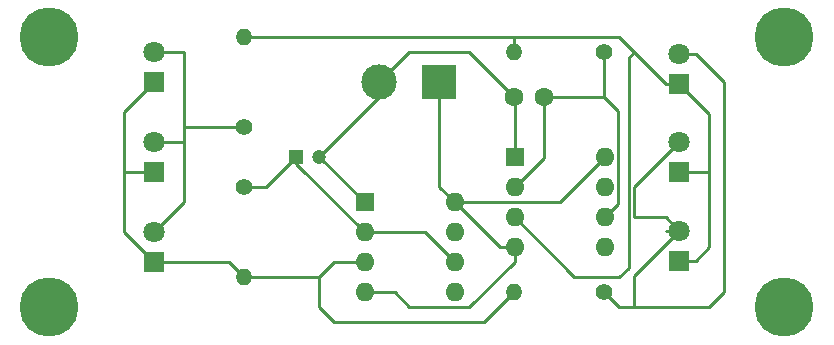
<source format=gbr>
%TF.GenerationSoftware,KiCad,Pcbnew,7.0.9*%
%TF.CreationDate,2024-01-14T11:36:33-03:00*%
%TF.ProjectId,policeLed,706f6c69-6365-44c6-9564-2e6b69636164,rev?*%
%TF.SameCoordinates,Original*%
%TF.FileFunction,Copper,L1,Top*%
%TF.FilePolarity,Positive*%
%FSLAX46Y46*%
G04 Gerber Fmt 4.6, Leading zero omitted, Abs format (unit mm)*
G04 Created by KiCad (PCBNEW 7.0.9) date 2024-01-14 11:36:33*
%MOMM*%
%LPD*%
G01*
G04 APERTURE LIST*
%TA.AperFunction,ComponentPad*%
%ADD10R,1.600000X1.600000*%
%TD*%
%TA.AperFunction,ComponentPad*%
%ADD11O,1.600000X1.600000*%
%TD*%
%TA.AperFunction,ComponentPad*%
%ADD12O,1.400000X1.400000*%
%TD*%
%TA.AperFunction,ComponentPad*%
%ADD13C,1.400000*%
%TD*%
%TA.AperFunction,ComponentPad*%
%ADD14R,3.000000X3.000000*%
%TD*%
%TA.AperFunction,ComponentPad*%
%ADD15C,3.000000*%
%TD*%
%TA.AperFunction,ComponentPad*%
%ADD16C,5.000000*%
%TD*%
%TA.AperFunction,ComponentPad*%
%ADD17R,1.800000X1.800000*%
%TD*%
%TA.AperFunction,ComponentPad*%
%ADD18C,1.800000*%
%TD*%
%TA.AperFunction,ComponentPad*%
%ADD19R,1.200000X1.200000*%
%TD*%
%TA.AperFunction,ComponentPad*%
%ADD20C,1.200000*%
%TD*%
%TA.AperFunction,ComponentPad*%
%ADD21C,1.600000*%
%TD*%
%TA.AperFunction,Conductor*%
%ADD22C,0.250000*%
%TD*%
G04 APERTURE END LIST*
D10*
%TO.P,U2,1,GND*%
%TO.N,GND*%
X123200000Y-110500000D03*
D11*
%TO.P,U2,2,TR*%
%TO.N,Net-(U2-THR)*%
X123200000Y-113040000D03*
%TO.P,U2,3,Q*%
%TO.N,Net-(D4-K)*%
X123200000Y-115580000D03*
%TO.P,U2,4,R*%
%TO.N,+9V*%
X123200000Y-118120000D03*
%TO.P,U2,5,CV*%
%TO.N,unconnected-(U2-CV-Pad5)*%
X130820000Y-118120000D03*
%TO.P,U2,6,THR*%
%TO.N,Net-(U2-THR)*%
X130820000Y-115580000D03*
%TO.P,U2,7,DIS*%
%TO.N,unconnected-(U2-DIS-Pad7)*%
X130820000Y-113040000D03*
%TO.P,U2,8,VCC*%
%TO.N,+9V*%
X130820000Y-110500000D03*
%TD*%
D10*
%TO.P,U1,1,GND*%
%TO.N,GND*%
X110500000Y-114310000D03*
D11*
%TO.P,U1,2,TR*%
%TO.N,Net-(U1-THR)*%
X110500000Y-116850000D03*
%TO.P,U1,3,Q*%
%TO.N,Net-(D1-K)*%
X110500000Y-119390000D03*
%TO.P,U1,4,R*%
%TO.N,+9V*%
X110500000Y-121930000D03*
%TO.P,U1,5,CV*%
%TO.N,unconnected-(U1-CV-Pad5)*%
X118120000Y-121930000D03*
%TO.P,U1,6,THR*%
%TO.N,Net-(U1-THR)*%
X118120000Y-119390000D03*
%TO.P,U1,7,DIS*%
%TO.N,unconnected-(U1-DIS-Pad7)*%
X118120000Y-116850000D03*
%TO.P,U1,8,VCC*%
%TO.N,+9V*%
X118120000Y-114310000D03*
%TD*%
D12*
%TO.P,R4,2*%
%TO.N,Net-(D4-K)*%
X100330000Y-100330000D03*
D13*
%TO.P,R4,1*%
%TO.N,Net-(D1-A)*%
X100330000Y-107950000D03*
%TD*%
D12*
%TO.P,R3,2*%
%TO.N,Net-(D4-K)*%
X123190000Y-101600000D03*
D13*
%TO.P,R3,1*%
%TO.N,Net-(U2-THR)*%
X130810000Y-101600000D03*
%TD*%
D12*
%TO.P,R2,2*%
%TO.N,Net-(D1-K)*%
X123190000Y-121920000D03*
D13*
%TO.P,R2,1*%
%TO.N,Net-(D4-A)*%
X130810000Y-121920000D03*
%TD*%
D12*
%TO.P,R1,2*%
%TO.N,Net-(D1-K)*%
X100330000Y-120650000D03*
D13*
%TO.P,R1,1*%
%TO.N,Net-(U1-THR)*%
X100330000Y-113030000D03*
%TD*%
D14*
%TO.P,J1,1,Pin_1*%
%TO.N,+9V*%
X116840000Y-104140000D03*
D15*
%TO.P,J1,2,Pin_2*%
%TO.N,GND*%
X111760000Y-104140000D03*
%TD*%
D16*
%TO.P,H4,1*%
%TO.N,N/C*%
X146050000Y-123190000D03*
%TD*%
%TO.P,H3,1*%
%TO.N,N/C*%
X83820000Y-123190000D03*
%TD*%
%TO.P,H2,1*%
%TO.N,N/C*%
X146050000Y-100330000D03*
%TD*%
%TO.P,H1,1*%
%TO.N,N/C*%
X83820000Y-100330000D03*
%TD*%
D17*
%TO.P,D6,1,K*%
%TO.N,Net-(D4-K)*%
X137160000Y-104260000D03*
D18*
%TO.P,D6,2,A*%
%TO.N,Net-(D4-A)*%
X137160000Y-101720000D03*
%TD*%
D17*
%TO.P,D5,1,K*%
%TO.N,Net-(D4-K)*%
X137160000Y-111760000D03*
D18*
%TO.P,D5,2,A*%
%TO.N,Net-(D4-A)*%
X137160000Y-109220000D03*
%TD*%
D17*
%TO.P,D4,1,K*%
%TO.N,Net-(D4-K)*%
X137160000Y-119260000D03*
D18*
%TO.P,D4,2,A*%
%TO.N,Net-(D4-A)*%
X137160000Y-116720000D03*
%TD*%
D17*
%TO.P,D3,1,K*%
%TO.N,Net-(D1-K)*%
X92710000Y-119380000D03*
D18*
%TO.P,D3,2,A*%
%TO.N,Net-(D1-A)*%
X92710000Y-116840000D03*
%TD*%
D17*
%TO.P,D2,1,K*%
%TO.N,Net-(D1-K)*%
X92710000Y-111760000D03*
D18*
%TO.P,D2,2,A*%
%TO.N,Net-(D1-A)*%
X92710000Y-109220000D03*
%TD*%
%TO.P,D1,2,A*%
%TO.N,Net-(D1-A)*%
X92710000Y-101600000D03*
D17*
%TO.P,D1,1,K*%
%TO.N,Net-(D1-K)*%
X92710000Y-104140000D03*
%TD*%
D19*
%TO.P,C2,1*%
%TO.N,Net-(U1-THR)*%
X104680000Y-110490000D03*
D20*
%TO.P,C2,2*%
%TO.N,GND*%
X106680000Y-110490000D03*
%TD*%
D21*
%TO.P,C1,2*%
%TO.N,GND*%
X123190000Y-105410000D03*
%TO.P,C1,1*%
%TO.N,Net-(U2-THR)*%
X125690000Y-105410000D03*
%TD*%
D22*
%TO.N,Net-(D1-K)*%
X92710000Y-119380000D02*
X99060000Y-119380000D01*
X99060000Y-119380000D02*
X100330000Y-120650000D01*
%TO.N,Net-(U2-THR)*%
X131945000Y-114455000D02*
X130820000Y-115580000D01*
X131945000Y-106545000D02*
X131945000Y-114455000D01*
X130810000Y-105410000D02*
X131945000Y-106545000D01*
X130810000Y-105410000D02*
X130810000Y-101600000D01*
X125690000Y-105410000D02*
X130810000Y-105410000D01*
%TO.N,+9V*%
X118120000Y-114310000D02*
X127010000Y-114310000D01*
X127010000Y-114310000D02*
X130820000Y-110500000D01*
%TO.N,Net-(U1-THR)*%
X115580000Y-116850000D02*
X118120000Y-119390000D01*
X110500000Y-116850000D02*
X115580000Y-116850000D01*
%TO.N,Net-(D4-K)*%
X132080000Y-120650000D02*
X128270000Y-120650000D01*
X132900000Y-119830000D02*
X132080000Y-120650000D01*
X132900000Y-102050000D02*
X132900000Y-119830000D01*
X133350000Y-101600000D02*
X132900000Y-102050000D01*
X133350000Y-101600000D02*
X136010000Y-104260000D01*
X132080000Y-100330000D02*
X133350000Y-101600000D01*
X128270000Y-120650000D02*
X123200000Y-115580000D01*
X123190000Y-100330000D02*
X132080000Y-100330000D01*
X100330000Y-100330000D02*
X123190000Y-100330000D01*
X123190000Y-101600000D02*
X123190000Y-100330000D01*
%TO.N,GND*%
X123200000Y-105420000D02*
X123190000Y-105410000D01*
X123200000Y-110500000D02*
X123200000Y-105420000D01*
%TO.N,Net-(U2-THR)*%
X125690000Y-110550000D02*
X125690000Y-105410000D01*
X123200000Y-113040000D02*
X125690000Y-110550000D01*
%TO.N,+9V*%
X124450000Y-114310000D02*
X124460000Y-114300000D01*
%TO.N,Net-(D4-A)*%
X133350000Y-115570000D02*
X133350000Y-113030000D01*
X133350000Y-113030000D02*
X137160000Y-109220000D01*
X136010000Y-115570000D02*
X133350000Y-115570000D01*
X137160000Y-116720000D02*
X136010000Y-115570000D01*
X133350000Y-120530000D02*
X137160000Y-116720000D01*
X133350000Y-123190000D02*
X133350000Y-120530000D01*
X133350000Y-123190000D02*
X132080000Y-123190000D01*
X139700000Y-123190000D02*
X133350000Y-123190000D01*
X140970000Y-121920000D02*
X139700000Y-123190000D01*
X132080000Y-123190000D02*
X130810000Y-121920000D01*
X140970000Y-104140000D02*
X140970000Y-121920000D01*
X138550000Y-101720000D02*
X140970000Y-104140000D01*
X137160000Y-101720000D02*
X138550000Y-101720000D01*
%TO.N,Net-(D4-K)*%
X137160000Y-111760000D02*
X139700000Y-111760000D01*
X139700000Y-111760000D02*
X139700000Y-118110000D01*
X139700000Y-106800000D02*
X139700000Y-111760000D01*
X138550000Y-119260000D02*
X137160000Y-119260000D01*
X139700000Y-118110000D02*
X138550000Y-119260000D01*
X137160000Y-104260000D02*
X139700000Y-106800000D01*
%TO.N,Net-(D4-A)*%
X136010000Y-116720000D02*
X137160000Y-116720000D01*
%TO.N,+9V*%
X116840000Y-113030000D02*
X118120000Y-114310000D01*
X116840000Y-104140000D02*
X116840000Y-113030000D01*
%TO.N,GND*%
X119380000Y-101600000D02*
X123190000Y-105410000D01*
X111760000Y-104140000D02*
X114300000Y-101600000D01*
X114300000Y-101600000D02*
X119380000Y-101600000D01*
%TO.N,+9V*%
X121930000Y-118120000D02*
X118120000Y-114310000D01*
X123200000Y-118120000D02*
X121930000Y-118120000D01*
X119380000Y-123190000D02*
X123200000Y-119370000D01*
X114300000Y-123190000D02*
X119380000Y-123190000D01*
X123200000Y-119370000D02*
X123200000Y-118120000D01*
X113040000Y-121930000D02*
X114300000Y-123190000D01*
X110500000Y-121930000D02*
X113040000Y-121930000D01*
%TO.N,Net-(D1-K)*%
X120650000Y-124460000D02*
X123190000Y-121920000D01*
X107950000Y-124460000D02*
X120650000Y-124460000D01*
X106680000Y-123190000D02*
X107950000Y-124460000D01*
X106680000Y-120650000D02*
X106680000Y-123190000D01*
X107940000Y-119390000D02*
X110500000Y-119390000D01*
X106680000Y-120650000D02*
X107940000Y-119390000D01*
X100330000Y-120650000D02*
X106680000Y-120650000D01*
%TO.N,Net-(D4-K)*%
X136010000Y-104260000D02*
X137160000Y-104260000D01*
%TO.N,GND*%
X111760000Y-105410000D02*
X111760000Y-104140000D01*
X106680000Y-110490000D02*
X111760000Y-105410000D01*
X110500000Y-114310000D02*
X106680000Y-110490000D01*
%TO.N,Net-(U1-THR)*%
X104680000Y-110490000D02*
X104680000Y-111030000D01*
X104680000Y-111030000D02*
X110500000Y-116850000D01*
X102140000Y-113030000D02*
X104680000Y-110490000D01*
X100330000Y-113030000D02*
X102140000Y-113030000D01*
%TO.N,Net-(D1-A)*%
X95250000Y-107950000D02*
X100330000Y-107950000D01*
X95250000Y-107950000D02*
X95250000Y-109220000D01*
X95250000Y-101600000D02*
X95250000Y-107950000D01*
X95250000Y-109220000D02*
X95250000Y-114300000D01*
X92710000Y-109220000D02*
X95250000Y-109220000D01*
X95250000Y-114300000D02*
X92710000Y-116840000D01*
X92710000Y-101600000D02*
X95250000Y-101600000D01*
%TO.N,Net-(D1-K)*%
X90170000Y-111760000D02*
X92710000Y-111760000D01*
X90170000Y-111760000D02*
X90170000Y-116840000D01*
X90170000Y-106680000D02*
X90170000Y-111760000D01*
X90170000Y-116840000D02*
X92710000Y-119380000D01*
X92710000Y-104140000D02*
X90170000Y-106680000D01*
%TD*%
M02*

</source>
